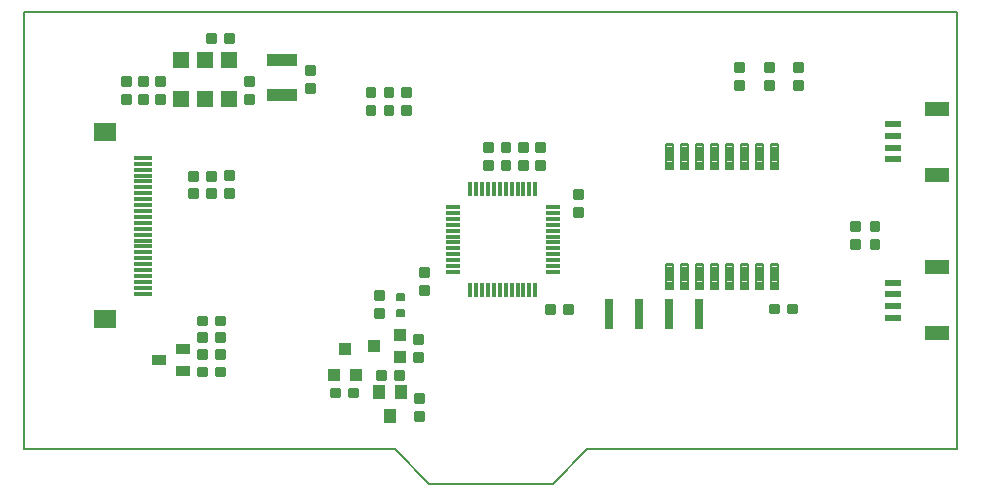
<source format=gtp>
G75*
%MOIN*%
%OFA0B0*%
%FSLAX25Y25*%
%IPPOS*%
%LPD*%
%AMOC8*
5,1,8,0,0,1.08239X$1,22.5*
%
%ADD10C,0.00600*%
%ADD11C,0.00875*%
%ADD12R,0.05500X0.05500*%
%ADD13C,0.00625*%
%ADD14R,0.06299X0.01181*%
%ADD15R,0.07677X0.06299*%
%ADD16R,0.09843X0.03937*%
%ADD17R,0.04500X0.03500*%
%ADD18R,0.04000X0.04500*%
%ADD19R,0.01181X0.04724*%
%ADD20R,0.04724X0.01181*%
%ADD21R,0.02500X0.10000*%
%ADD22R,0.05315X0.02362*%
%ADD23R,0.07874X0.04724*%
%ADD24C,0.00750*%
%ADD25R,0.04331X0.03937*%
%ADD26R,0.03937X0.04331*%
D10*
X0003112Y0018800D02*
X0003112Y0164469D01*
X0314136Y0164469D01*
X0314136Y0018800D01*
X0190812Y0018800D01*
X0179254Y0007200D01*
X0138112Y0007200D01*
X0126612Y0018800D01*
X0003112Y0018800D01*
D11*
X0061160Y0046108D02*
X0063786Y0046108D01*
X0063786Y0043482D01*
X0061160Y0043482D01*
X0061160Y0046108D01*
X0061160Y0044313D02*
X0063786Y0044313D01*
X0063786Y0045144D02*
X0061160Y0045144D01*
X0061160Y0045975D02*
X0063786Y0045975D01*
X0067160Y0046108D02*
X0069786Y0046108D01*
X0069786Y0043482D01*
X0067160Y0043482D01*
X0067160Y0046108D01*
X0067160Y0044313D02*
X0069786Y0044313D01*
X0069786Y0045144D02*
X0067160Y0045144D01*
X0067160Y0045975D02*
X0069786Y0045975D01*
X0069786Y0051808D02*
X0067160Y0051808D01*
X0069786Y0051808D02*
X0069786Y0049182D01*
X0067160Y0049182D01*
X0067160Y0051808D01*
X0067160Y0050013D02*
X0069786Y0050013D01*
X0069786Y0050844D02*
X0067160Y0050844D01*
X0067160Y0051675D02*
X0069786Y0051675D01*
X0069786Y0057508D02*
X0067160Y0057508D01*
X0069786Y0057508D02*
X0069786Y0054882D01*
X0067160Y0054882D01*
X0067160Y0057508D01*
X0067160Y0055713D02*
X0069786Y0055713D01*
X0069786Y0056544D02*
X0067160Y0056544D01*
X0067160Y0057375D02*
X0069786Y0057375D01*
X0069786Y0063108D02*
X0067160Y0063108D01*
X0069786Y0063108D02*
X0069786Y0060482D01*
X0067160Y0060482D01*
X0067160Y0063108D01*
X0067160Y0061313D02*
X0069786Y0061313D01*
X0069786Y0062144D02*
X0067160Y0062144D01*
X0067160Y0062975D02*
X0069786Y0062975D01*
X0063786Y0063108D02*
X0061160Y0063108D01*
X0063786Y0063108D02*
X0063786Y0060482D01*
X0061160Y0060482D01*
X0061160Y0063108D01*
X0061160Y0061313D02*
X0063786Y0061313D01*
X0063786Y0062144D02*
X0061160Y0062144D01*
X0061160Y0062975D02*
X0063786Y0062975D01*
X0063786Y0057508D02*
X0061160Y0057508D01*
X0063786Y0057508D02*
X0063786Y0054882D01*
X0061160Y0054882D01*
X0061160Y0057508D01*
X0061160Y0055713D02*
X0063786Y0055713D01*
X0063786Y0056544D02*
X0061160Y0056544D01*
X0061160Y0057375D02*
X0063786Y0057375D01*
X0063786Y0051808D02*
X0061160Y0051808D01*
X0063786Y0051808D02*
X0063786Y0049182D01*
X0061160Y0049182D01*
X0061160Y0051808D01*
X0061160Y0050013D02*
X0063786Y0050013D01*
X0063786Y0050844D02*
X0061160Y0050844D01*
X0061160Y0051675D02*
X0063786Y0051675D01*
X0105299Y0039113D02*
X0107925Y0039113D01*
X0107925Y0036487D01*
X0105299Y0036487D01*
X0105299Y0039113D01*
X0105299Y0037318D02*
X0107925Y0037318D01*
X0107925Y0038149D02*
X0105299Y0038149D01*
X0105299Y0038980D02*
X0107925Y0038980D01*
X0111299Y0039113D02*
X0113925Y0039113D01*
X0113925Y0036487D01*
X0111299Y0036487D01*
X0111299Y0039113D01*
X0111299Y0037318D02*
X0113925Y0037318D01*
X0113925Y0038149D02*
X0111299Y0038149D01*
X0111299Y0038980D02*
X0113925Y0038980D01*
X0120560Y0045008D02*
X0123186Y0045008D01*
X0123186Y0042382D01*
X0120560Y0042382D01*
X0120560Y0045008D01*
X0120560Y0043213D02*
X0123186Y0043213D01*
X0123186Y0044044D02*
X0120560Y0044044D01*
X0120560Y0044875D02*
X0123186Y0044875D01*
X0126560Y0045008D02*
X0129186Y0045008D01*
X0129186Y0042382D01*
X0126560Y0042382D01*
X0126560Y0045008D01*
X0126560Y0043213D02*
X0129186Y0043213D01*
X0129186Y0044044D02*
X0126560Y0044044D01*
X0126560Y0044875D02*
X0129186Y0044875D01*
X0135625Y0048187D02*
X0135625Y0050813D01*
X0135625Y0048187D02*
X0132999Y0048187D01*
X0132999Y0050813D01*
X0135625Y0050813D01*
X0135625Y0049018D02*
X0132999Y0049018D01*
X0132999Y0049849D02*
X0135625Y0049849D01*
X0135625Y0050680D02*
X0132999Y0050680D01*
X0135625Y0054187D02*
X0135625Y0056813D01*
X0135625Y0054187D02*
X0132999Y0054187D01*
X0132999Y0056813D01*
X0135625Y0056813D01*
X0135625Y0055018D02*
X0132999Y0055018D01*
X0132999Y0055849D02*
X0135625Y0055849D01*
X0135625Y0056680D02*
X0132999Y0056680D01*
X0122620Y0062826D02*
X0122620Y0065452D01*
X0122620Y0062826D02*
X0119994Y0062826D01*
X0119994Y0065452D01*
X0122620Y0065452D01*
X0122620Y0063657D02*
X0119994Y0063657D01*
X0119994Y0064488D02*
X0122620Y0064488D01*
X0122620Y0065319D02*
X0119994Y0065319D01*
X0122620Y0068826D02*
X0122620Y0071452D01*
X0122620Y0068826D02*
X0119994Y0068826D01*
X0119994Y0071452D01*
X0122620Y0071452D01*
X0122620Y0069657D02*
X0119994Y0069657D01*
X0119994Y0070488D02*
X0122620Y0070488D01*
X0122620Y0071319D02*
X0119994Y0071319D01*
X0135099Y0070687D02*
X0135099Y0073313D01*
X0137725Y0073313D01*
X0137725Y0070687D01*
X0135099Y0070687D01*
X0135099Y0071518D02*
X0137725Y0071518D01*
X0137725Y0072349D02*
X0135099Y0072349D01*
X0135099Y0073180D02*
X0137725Y0073180D01*
X0135099Y0076687D02*
X0135099Y0079313D01*
X0137725Y0079313D01*
X0137725Y0076687D01*
X0135099Y0076687D01*
X0135099Y0077518D02*
X0137725Y0077518D01*
X0137725Y0078349D02*
X0135099Y0078349D01*
X0135099Y0079180D02*
X0137725Y0079180D01*
X0177099Y0066913D02*
X0179725Y0066913D01*
X0179725Y0064287D01*
X0177099Y0064287D01*
X0177099Y0066913D01*
X0177099Y0065118D02*
X0179725Y0065118D01*
X0179725Y0065949D02*
X0177099Y0065949D01*
X0177099Y0066780D02*
X0179725Y0066780D01*
X0183099Y0066913D02*
X0185725Y0066913D01*
X0185725Y0064287D01*
X0183099Y0064287D01*
X0183099Y0066913D01*
X0183099Y0065118D02*
X0185725Y0065118D01*
X0185725Y0065949D02*
X0183099Y0065949D01*
X0183099Y0066780D02*
X0185725Y0066780D01*
X0188925Y0096687D02*
X0188925Y0099313D01*
X0188925Y0096687D02*
X0186299Y0096687D01*
X0186299Y0099313D01*
X0188925Y0099313D01*
X0188925Y0097518D02*
X0186299Y0097518D01*
X0186299Y0098349D02*
X0188925Y0098349D01*
X0188925Y0099180D02*
X0186299Y0099180D01*
X0188925Y0102687D02*
X0188925Y0105313D01*
X0188925Y0102687D02*
X0186299Y0102687D01*
X0186299Y0105313D01*
X0188925Y0105313D01*
X0188925Y0103518D02*
X0186299Y0103518D01*
X0186299Y0104349D02*
X0188925Y0104349D01*
X0188925Y0105180D02*
X0186299Y0105180D01*
X0173699Y0112287D02*
X0173699Y0114913D01*
X0176325Y0114913D01*
X0176325Y0112287D01*
X0173699Y0112287D01*
X0173699Y0113118D02*
X0176325Y0113118D01*
X0176325Y0113949D02*
X0173699Y0113949D01*
X0173699Y0114780D02*
X0176325Y0114780D01*
X0167899Y0114913D02*
X0167899Y0112287D01*
X0167899Y0114913D02*
X0170525Y0114913D01*
X0170525Y0112287D01*
X0167899Y0112287D01*
X0167899Y0113118D02*
X0170525Y0113118D01*
X0170525Y0113949D02*
X0167899Y0113949D01*
X0167899Y0114780D02*
X0170525Y0114780D01*
X0167899Y0118287D02*
X0167899Y0120913D01*
X0170525Y0120913D01*
X0170525Y0118287D01*
X0167899Y0118287D01*
X0167899Y0119118D02*
X0170525Y0119118D01*
X0170525Y0119949D02*
X0167899Y0119949D01*
X0167899Y0120780D02*
X0170525Y0120780D01*
X0173699Y0120913D02*
X0173699Y0118287D01*
X0173699Y0120913D02*
X0176325Y0120913D01*
X0176325Y0118287D01*
X0173699Y0118287D01*
X0173699Y0119118D02*
X0176325Y0119118D01*
X0176325Y0119949D02*
X0173699Y0119949D01*
X0173699Y0120780D02*
X0176325Y0120780D01*
X0164825Y0120913D02*
X0164825Y0118287D01*
X0162199Y0118287D01*
X0162199Y0120913D01*
X0164825Y0120913D01*
X0164825Y0119118D02*
X0162199Y0119118D01*
X0162199Y0119949D02*
X0164825Y0119949D01*
X0164825Y0120780D02*
X0162199Y0120780D01*
X0156399Y0120913D02*
X0156399Y0118287D01*
X0156399Y0120913D02*
X0159025Y0120913D01*
X0159025Y0118287D01*
X0156399Y0118287D01*
X0156399Y0119118D02*
X0159025Y0119118D01*
X0159025Y0119949D02*
X0156399Y0119949D01*
X0156399Y0120780D02*
X0159025Y0120780D01*
X0156399Y0114913D02*
X0156399Y0112287D01*
X0156399Y0114913D02*
X0159025Y0114913D01*
X0159025Y0112287D01*
X0156399Y0112287D01*
X0156399Y0113118D02*
X0159025Y0113118D01*
X0159025Y0113949D02*
X0156399Y0113949D01*
X0156399Y0114780D02*
X0159025Y0114780D01*
X0164825Y0114913D02*
X0164825Y0112287D01*
X0162199Y0112287D01*
X0162199Y0114913D01*
X0164825Y0114913D01*
X0164825Y0113118D02*
X0162199Y0113118D01*
X0162199Y0113949D02*
X0164825Y0113949D01*
X0164825Y0114780D02*
X0162199Y0114780D01*
X0131725Y0130687D02*
X0131725Y0133313D01*
X0131725Y0130687D02*
X0129099Y0130687D01*
X0129099Y0133313D01*
X0131725Y0133313D01*
X0131725Y0131518D02*
X0129099Y0131518D01*
X0129099Y0132349D02*
X0131725Y0132349D01*
X0131725Y0133180D02*
X0129099Y0133180D01*
X0125825Y0133313D02*
X0125825Y0130687D01*
X0123199Y0130687D01*
X0123199Y0133313D01*
X0125825Y0133313D01*
X0125825Y0131518D02*
X0123199Y0131518D01*
X0123199Y0132349D02*
X0125825Y0132349D01*
X0125825Y0133180D02*
X0123199Y0133180D01*
X0119825Y0133313D02*
X0119825Y0130687D01*
X0117199Y0130687D01*
X0117199Y0133313D01*
X0119825Y0133313D01*
X0119825Y0131518D02*
X0117199Y0131518D01*
X0117199Y0132349D02*
X0119825Y0132349D01*
X0119825Y0133180D02*
X0117199Y0133180D01*
X0119825Y0136687D02*
X0119825Y0139313D01*
X0119825Y0136687D02*
X0117199Y0136687D01*
X0117199Y0139313D01*
X0119825Y0139313D01*
X0119825Y0137518D02*
X0117199Y0137518D01*
X0117199Y0138349D02*
X0119825Y0138349D01*
X0119825Y0139180D02*
X0117199Y0139180D01*
X0125825Y0139313D02*
X0125825Y0136687D01*
X0123199Y0136687D01*
X0123199Y0139313D01*
X0125825Y0139313D01*
X0125825Y0137518D02*
X0123199Y0137518D01*
X0123199Y0138349D02*
X0125825Y0138349D01*
X0125825Y0139180D02*
X0123199Y0139180D01*
X0131725Y0139313D02*
X0131725Y0136687D01*
X0129099Y0136687D01*
X0129099Y0139313D01*
X0131725Y0139313D01*
X0131725Y0137518D02*
X0129099Y0137518D01*
X0129099Y0138349D02*
X0131725Y0138349D01*
X0131725Y0139180D02*
X0129099Y0139180D01*
X0097104Y0140474D02*
X0097104Y0137848D01*
X0097104Y0140474D02*
X0099730Y0140474D01*
X0099730Y0137848D01*
X0097104Y0137848D01*
X0097104Y0138679D02*
X0099730Y0138679D01*
X0099730Y0139510D02*
X0097104Y0139510D01*
X0097104Y0140341D02*
X0099730Y0140341D01*
X0097104Y0143848D02*
X0097104Y0146474D01*
X0099730Y0146474D01*
X0099730Y0143848D01*
X0097104Y0143848D01*
X0097104Y0144679D02*
X0099730Y0144679D01*
X0099730Y0145510D02*
X0097104Y0145510D01*
X0097104Y0146341D02*
X0099730Y0146341D01*
X0076804Y0143074D02*
X0076804Y0140448D01*
X0076804Y0143074D02*
X0079430Y0143074D01*
X0079430Y0140448D01*
X0076804Y0140448D01*
X0076804Y0141279D02*
X0079430Y0141279D01*
X0079430Y0142110D02*
X0076804Y0142110D01*
X0076804Y0142941D02*
X0079430Y0142941D01*
X0076804Y0137074D02*
X0076804Y0134448D01*
X0076804Y0137074D02*
X0079430Y0137074D01*
X0079430Y0134448D01*
X0076804Y0134448D01*
X0076804Y0135279D02*
X0079430Y0135279D01*
X0079430Y0136110D02*
X0076804Y0136110D01*
X0076804Y0136941D02*
X0079430Y0136941D01*
X0047104Y0137074D02*
X0047104Y0134448D01*
X0047104Y0137074D02*
X0049730Y0137074D01*
X0049730Y0134448D01*
X0047104Y0134448D01*
X0047104Y0135279D02*
X0049730Y0135279D01*
X0049730Y0136110D02*
X0047104Y0136110D01*
X0047104Y0136941D02*
X0049730Y0136941D01*
X0041404Y0137074D02*
X0041404Y0134448D01*
X0041404Y0137074D02*
X0044030Y0137074D01*
X0044030Y0134448D01*
X0041404Y0134448D01*
X0041404Y0135279D02*
X0044030Y0135279D01*
X0044030Y0136110D02*
X0041404Y0136110D01*
X0041404Y0136941D02*
X0044030Y0136941D01*
X0035704Y0137074D02*
X0035704Y0134448D01*
X0035704Y0137074D02*
X0038330Y0137074D01*
X0038330Y0134448D01*
X0035704Y0134448D01*
X0035704Y0135279D02*
X0038330Y0135279D01*
X0038330Y0136110D02*
X0035704Y0136110D01*
X0035704Y0136941D02*
X0038330Y0136941D01*
X0035704Y0140448D02*
X0035704Y0143074D01*
X0038330Y0143074D01*
X0038330Y0140448D01*
X0035704Y0140448D01*
X0035704Y0141279D02*
X0038330Y0141279D01*
X0038330Y0142110D02*
X0035704Y0142110D01*
X0035704Y0142941D02*
X0038330Y0142941D01*
X0041404Y0143074D02*
X0041404Y0140448D01*
X0041404Y0143074D02*
X0044030Y0143074D01*
X0044030Y0140448D01*
X0041404Y0140448D01*
X0041404Y0141279D02*
X0044030Y0141279D01*
X0044030Y0142110D02*
X0041404Y0142110D01*
X0041404Y0142941D02*
X0044030Y0142941D01*
X0047104Y0143074D02*
X0047104Y0140448D01*
X0047104Y0143074D02*
X0049730Y0143074D01*
X0049730Y0140448D01*
X0047104Y0140448D01*
X0047104Y0141279D02*
X0049730Y0141279D01*
X0049730Y0142110D02*
X0047104Y0142110D01*
X0047104Y0142941D02*
X0049730Y0142941D01*
X0063960Y0157308D02*
X0066586Y0157308D01*
X0066586Y0154682D01*
X0063960Y0154682D01*
X0063960Y0157308D01*
X0063960Y0155513D02*
X0066586Y0155513D01*
X0066586Y0156344D02*
X0063960Y0156344D01*
X0063960Y0157175D02*
X0066586Y0157175D01*
X0069960Y0157308D02*
X0072586Y0157308D01*
X0072586Y0154682D01*
X0069960Y0154682D01*
X0069960Y0157308D01*
X0069960Y0155513D02*
X0072586Y0155513D01*
X0072586Y0156344D02*
X0069960Y0156344D01*
X0069960Y0157175D02*
X0072586Y0157175D01*
X0070104Y0111574D02*
X0070104Y0108948D01*
X0070104Y0111574D02*
X0072730Y0111574D01*
X0072730Y0108948D01*
X0070104Y0108948D01*
X0070104Y0109779D02*
X0072730Y0109779D01*
X0072730Y0110610D02*
X0070104Y0110610D01*
X0070104Y0111441D02*
X0072730Y0111441D01*
X0066686Y0111408D02*
X0064060Y0111408D01*
X0066686Y0111408D02*
X0066686Y0108782D01*
X0064060Y0108782D01*
X0064060Y0111408D01*
X0064060Y0109613D02*
X0066686Y0109613D01*
X0066686Y0110444D02*
X0064060Y0110444D01*
X0064060Y0111275D02*
X0066686Y0111275D01*
X0060686Y0111408D02*
X0058060Y0111408D01*
X0060686Y0111408D02*
X0060686Y0108782D01*
X0058060Y0108782D01*
X0058060Y0111408D01*
X0058060Y0109613D02*
X0060686Y0109613D01*
X0060686Y0110444D02*
X0058060Y0110444D01*
X0058060Y0111275D02*
X0060686Y0111275D01*
X0060686Y0105708D02*
X0058060Y0105708D01*
X0060686Y0105708D02*
X0060686Y0103082D01*
X0058060Y0103082D01*
X0058060Y0105708D01*
X0058060Y0103913D02*
X0060686Y0103913D01*
X0060686Y0104744D02*
X0058060Y0104744D01*
X0058060Y0105575D02*
X0060686Y0105575D01*
X0064060Y0105708D02*
X0066686Y0105708D01*
X0066686Y0103082D01*
X0064060Y0103082D01*
X0064060Y0105708D01*
X0064060Y0103913D02*
X0066686Y0103913D01*
X0066686Y0104744D02*
X0064060Y0104744D01*
X0064060Y0105575D02*
X0066686Y0105575D01*
X0070104Y0105574D02*
X0070104Y0102948D01*
X0070104Y0105574D02*
X0072730Y0105574D01*
X0072730Y0102948D01*
X0070104Y0102948D01*
X0070104Y0103779D02*
X0072730Y0103779D01*
X0072730Y0104610D02*
X0070104Y0104610D01*
X0070104Y0105441D02*
X0072730Y0105441D01*
X0133404Y0037274D02*
X0133404Y0034648D01*
X0133404Y0037274D02*
X0136030Y0037274D01*
X0136030Y0034648D01*
X0133404Y0034648D01*
X0133404Y0035479D02*
X0136030Y0035479D01*
X0136030Y0036310D02*
X0133404Y0036310D01*
X0133404Y0037141D02*
X0136030Y0037141D01*
X0133404Y0031274D02*
X0133404Y0028648D01*
X0133404Y0031274D02*
X0136030Y0031274D01*
X0136030Y0028648D01*
X0133404Y0028648D01*
X0133404Y0029479D02*
X0136030Y0029479D01*
X0136030Y0030310D02*
X0133404Y0030310D01*
X0133404Y0031141D02*
X0136030Y0031141D01*
X0251799Y0067113D02*
X0254425Y0067113D01*
X0254425Y0064487D01*
X0251799Y0064487D01*
X0251799Y0067113D01*
X0251799Y0065318D02*
X0254425Y0065318D01*
X0254425Y0066149D02*
X0251799Y0066149D01*
X0251799Y0066980D02*
X0254425Y0066980D01*
X0257799Y0067113D02*
X0260425Y0067113D01*
X0260425Y0064487D01*
X0257799Y0064487D01*
X0257799Y0067113D01*
X0257799Y0065318D02*
X0260425Y0065318D01*
X0260425Y0066149D02*
X0257799Y0066149D01*
X0257799Y0066980D02*
X0260425Y0066980D01*
X0281425Y0085887D02*
X0281425Y0088513D01*
X0281425Y0085887D02*
X0278799Y0085887D01*
X0278799Y0088513D01*
X0281425Y0088513D01*
X0281425Y0086718D02*
X0278799Y0086718D01*
X0278799Y0087549D02*
X0281425Y0087549D01*
X0281425Y0088380D02*
X0278799Y0088380D01*
X0287825Y0088513D02*
X0287825Y0085887D01*
X0285199Y0085887D01*
X0285199Y0088513D01*
X0287825Y0088513D01*
X0287825Y0086718D02*
X0285199Y0086718D01*
X0285199Y0087549D02*
X0287825Y0087549D01*
X0287825Y0088380D02*
X0285199Y0088380D01*
X0287825Y0091887D02*
X0287825Y0094513D01*
X0287825Y0091887D02*
X0285199Y0091887D01*
X0285199Y0094513D01*
X0287825Y0094513D01*
X0287825Y0092718D02*
X0285199Y0092718D01*
X0285199Y0093549D02*
X0287825Y0093549D01*
X0287825Y0094380D02*
X0285199Y0094380D01*
X0281425Y0094513D02*
X0281425Y0091887D01*
X0278799Y0091887D01*
X0278799Y0094513D01*
X0281425Y0094513D01*
X0281425Y0092718D02*
X0278799Y0092718D01*
X0278799Y0093549D02*
X0281425Y0093549D01*
X0281425Y0094380D02*
X0278799Y0094380D01*
X0262425Y0139087D02*
X0262425Y0141713D01*
X0262425Y0139087D02*
X0259799Y0139087D01*
X0259799Y0141713D01*
X0262425Y0141713D01*
X0262425Y0139918D02*
X0259799Y0139918D01*
X0259799Y0140749D02*
X0262425Y0140749D01*
X0262425Y0141580D02*
X0259799Y0141580D01*
X0262425Y0145087D02*
X0262425Y0147713D01*
X0262425Y0145087D02*
X0259799Y0145087D01*
X0259799Y0147713D01*
X0262425Y0147713D01*
X0262425Y0145918D02*
X0259799Y0145918D01*
X0259799Y0146749D02*
X0262425Y0146749D01*
X0262425Y0147580D02*
X0259799Y0147580D01*
X0252521Y0147674D02*
X0252521Y0145048D01*
X0249895Y0145048D01*
X0249895Y0147674D01*
X0252521Y0147674D01*
X0252521Y0145879D02*
X0249895Y0145879D01*
X0249895Y0146710D02*
X0252521Y0146710D01*
X0252521Y0147541D02*
X0249895Y0147541D01*
X0242525Y0147713D02*
X0242525Y0145087D01*
X0239899Y0145087D01*
X0239899Y0147713D01*
X0242525Y0147713D01*
X0242525Y0145918D02*
X0239899Y0145918D01*
X0239899Y0146749D02*
X0242525Y0146749D01*
X0242525Y0147580D02*
X0239899Y0147580D01*
X0242525Y0141713D02*
X0242525Y0139087D01*
X0239899Y0139087D01*
X0239899Y0141713D01*
X0242525Y0141713D01*
X0242525Y0139918D02*
X0239899Y0139918D01*
X0239899Y0140749D02*
X0242525Y0140749D01*
X0242525Y0141580D02*
X0239899Y0141580D01*
X0252521Y0141674D02*
X0252521Y0139048D01*
X0249895Y0139048D01*
X0249895Y0141674D01*
X0252521Y0141674D01*
X0252521Y0139879D02*
X0249895Y0139879D01*
X0249895Y0140710D02*
X0252521Y0140710D01*
X0252521Y0141541D02*
X0249895Y0141541D01*
D12*
X0071307Y0135739D03*
X0063407Y0135739D03*
X0055317Y0135761D03*
X0055317Y0148761D03*
X0063407Y0148739D03*
X0071307Y0148739D03*
D13*
X0129780Y0070649D02*
X0129780Y0068773D01*
X0127254Y0068773D01*
X0127254Y0070649D01*
X0129780Y0070649D01*
X0129780Y0069367D02*
X0127254Y0069367D01*
X0127254Y0069961D02*
X0129780Y0069961D01*
X0129780Y0070555D02*
X0127254Y0070555D01*
X0129780Y0065149D02*
X0129780Y0063273D01*
X0127254Y0063273D01*
X0127254Y0065149D01*
X0129780Y0065149D01*
X0129780Y0063867D02*
X0127254Y0063867D01*
X0127254Y0064461D02*
X0129780Y0064461D01*
X0129780Y0065055D02*
X0127254Y0065055D01*
D14*
X0042679Y0070728D03*
X0042679Y0072696D03*
X0042679Y0074665D03*
X0042679Y0076633D03*
X0042679Y0078602D03*
X0042679Y0080570D03*
X0042679Y0082539D03*
X0042679Y0084507D03*
X0042679Y0086476D03*
X0042679Y0088444D03*
X0042679Y0090413D03*
X0042679Y0092381D03*
X0042679Y0094350D03*
X0042679Y0096318D03*
X0042679Y0098287D03*
X0042679Y0100255D03*
X0042679Y0102224D03*
X0042679Y0104192D03*
X0042679Y0106161D03*
X0042679Y0108129D03*
X0042679Y0110098D03*
X0042679Y0112066D03*
X0042679Y0114035D03*
X0042679Y0116003D03*
D15*
X0029884Y0124468D03*
X0029884Y0062263D03*
D16*
X0088907Y0136834D03*
X0088907Y0148645D03*
D17*
X0056007Y0052280D03*
X0048007Y0048539D03*
X0056007Y0044799D03*
D18*
X0121267Y0037839D03*
X0128748Y0037839D03*
X0125007Y0029839D03*
D19*
X0151785Y0072068D03*
X0153754Y0072068D03*
X0155722Y0072068D03*
X0157691Y0072068D03*
X0159659Y0072068D03*
X0161628Y0072068D03*
X0163596Y0072068D03*
X0165565Y0072068D03*
X0167533Y0072068D03*
X0169502Y0072068D03*
X0171470Y0072068D03*
X0173439Y0072068D03*
X0173439Y0105532D03*
X0171470Y0105532D03*
X0169502Y0105532D03*
X0167533Y0105532D03*
X0165565Y0105532D03*
X0163596Y0105532D03*
X0161628Y0105532D03*
X0159659Y0105532D03*
X0157691Y0105532D03*
X0155722Y0105532D03*
X0153754Y0105532D03*
X0151785Y0105532D03*
D20*
X0145880Y0099627D03*
X0145880Y0097658D03*
X0145880Y0095690D03*
X0145880Y0093721D03*
X0145880Y0091753D03*
X0145880Y0089784D03*
X0145880Y0087816D03*
X0145880Y0085847D03*
X0145880Y0083879D03*
X0145880Y0081910D03*
X0145880Y0079942D03*
X0145880Y0077973D03*
X0179344Y0077973D03*
X0179344Y0079942D03*
X0179344Y0081910D03*
X0179344Y0083879D03*
X0179344Y0085847D03*
X0179344Y0087816D03*
X0179344Y0089784D03*
X0179344Y0091753D03*
X0179344Y0093721D03*
X0179344Y0095690D03*
X0179344Y0097658D03*
X0179344Y0099627D03*
D21*
X0198109Y0063900D03*
X0208109Y0063900D03*
X0218109Y0063900D03*
X0228109Y0063900D03*
D22*
X0292812Y0062594D03*
X0292812Y0066531D03*
X0292812Y0070469D03*
X0292812Y0074406D03*
X0292812Y0115494D03*
X0292812Y0119431D03*
X0292812Y0123369D03*
X0292812Y0127306D03*
D23*
X0307281Y0132424D03*
X0307281Y0110376D03*
X0307281Y0079524D03*
X0307281Y0057476D03*
D24*
X0254250Y0080545D02*
X0252000Y0080545D01*
X0254250Y0080545D02*
X0254250Y0072295D01*
X0252000Y0072295D01*
X0252000Y0080545D01*
X0252000Y0073007D02*
X0254250Y0073007D01*
X0254250Y0073719D02*
X0252000Y0073719D01*
X0252000Y0074431D02*
X0254250Y0074431D01*
X0254250Y0075143D02*
X0252000Y0075143D01*
X0252000Y0075855D02*
X0254250Y0075855D01*
X0254250Y0076567D02*
X0252000Y0076567D01*
X0252000Y0077279D02*
X0254250Y0077279D01*
X0254250Y0077991D02*
X0252000Y0077991D01*
X0252000Y0078703D02*
X0254250Y0078703D01*
X0254250Y0079415D02*
X0252000Y0079415D01*
X0252000Y0080127D02*
X0254250Y0080127D01*
X0249250Y0080545D02*
X0247000Y0080545D01*
X0249250Y0080545D02*
X0249250Y0072295D01*
X0247000Y0072295D01*
X0247000Y0080545D01*
X0247000Y0073007D02*
X0249250Y0073007D01*
X0249250Y0073719D02*
X0247000Y0073719D01*
X0247000Y0074431D02*
X0249250Y0074431D01*
X0249250Y0075143D02*
X0247000Y0075143D01*
X0247000Y0075855D02*
X0249250Y0075855D01*
X0249250Y0076567D02*
X0247000Y0076567D01*
X0247000Y0077279D02*
X0249250Y0077279D01*
X0249250Y0077991D02*
X0247000Y0077991D01*
X0247000Y0078703D02*
X0249250Y0078703D01*
X0249250Y0079415D02*
X0247000Y0079415D01*
X0247000Y0080127D02*
X0249250Y0080127D01*
X0244250Y0080545D02*
X0242000Y0080545D01*
X0244250Y0080545D02*
X0244250Y0072295D01*
X0242000Y0072295D01*
X0242000Y0080545D01*
X0242000Y0073007D02*
X0244250Y0073007D01*
X0244250Y0073719D02*
X0242000Y0073719D01*
X0242000Y0074431D02*
X0244250Y0074431D01*
X0244250Y0075143D02*
X0242000Y0075143D01*
X0242000Y0075855D02*
X0244250Y0075855D01*
X0244250Y0076567D02*
X0242000Y0076567D01*
X0242000Y0077279D02*
X0244250Y0077279D01*
X0244250Y0077991D02*
X0242000Y0077991D01*
X0242000Y0078703D02*
X0244250Y0078703D01*
X0244250Y0079415D02*
X0242000Y0079415D01*
X0242000Y0080127D02*
X0244250Y0080127D01*
X0239250Y0080545D02*
X0237000Y0080545D01*
X0239250Y0080545D02*
X0239250Y0072295D01*
X0237000Y0072295D01*
X0237000Y0080545D01*
X0237000Y0073007D02*
X0239250Y0073007D01*
X0239250Y0073719D02*
X0237000Y0073719D01*
X0237000Y0074431D02*
X0239250Y0074431D01*
X0239250Y0075143D02*
X0237000Y0075143D01*
X0237000Y0075855D02*
X0239250Y0075855D01*
X0239250Y0076567D02*
X0237000Y0076567D01*
X0237000Y0077279D02*
X0239250Y0077279D01*
X0239250Y0077991D02*
X0237000Y0077991D01*
X0237000Y0078703D02*
X0239250Y0078703D01*
X0239250Y0079415D02*
X0237000Y0079415D01*
X0237000Y0080127D02*
X0239250Y0080127D01*
X0234250Y0080545D02*
X0232000Y0080545D01*
X0234250Y0080545D02*
X0234250Y0072295D01*
X0232000Y0072295D01*
X0232000Y0080545D01*
X0232000Y0073007D02*
X0234250Y0073007D01*
X0234250Y0073719D02*
X0232000Y0073719D01*
X0232000Y0074431D02*
X0234250Y0074431D01*
X0234250Y0075143D02*
X0232000Y0075143D01*
X0232000Y0075855D02*
X0234250Y0075855D01*
X0234250Y0076567D02*
X0232000Y0076567D01*
X0232000Y0077279D02*
X0234250Y0077279D01*
X0234250Y0077991D02*
X0232000Y0077991D01*
X0232000Y0078703D02*
X0234250Y0078703D01*
X0234250Y0079415D02*
X0232000Y0079415D01*
X0232000Y0080127D02*
X0234250Y0080127D01*
X0229250Y0080545D02*
X0227000Y0080545D01*
X0229250Y0080545D02*
X0229250Y0072295D01*
X0227000Y0072295D01*
X0227000Y0080545D01*
X0227000Y0073007D02*
X0229250Y0073007D01*
X0229250Y0073719D02*
X0227000Y0073719D01*
X0227000Y0074431D02*
X0229250Y0074431D01*
X0229250Y0075143D02*
X0227000Y0075143D01*
X0227000Y0075855D02*
X0229250Y0075855D01*
X0229250Y0076567D02*
X0227000Y0076567D01*
X0227000Y0077279D02*
X0229250Y0077279D01*
X0229250Y0077991D02*
X0227000Y0077991D01*
X0227000Y0078703D02*
X0229250Y0078703D01*
X0229250Y0079415D02*
X0227000Y0079415D01*
X0227000Y0080127D02*
X0229250Y0080127D01*
X0224250Y0080545D02*
X0222000Y0080545D01*
X0224250Y0080545D02*
X0224250Y0072295D01*
X0222000Y0072295D01*
X0222000Y0080545D01*
X0222000Y0073007D02*
X0224250Y0073007D01*
X0224250Y0073719D02*
X0222000Y0073719D01*
X0222000Y0074431D02*
X0224250Y0074431D01*
X0224250Y0075143D02*
X0222000Y0075143D01*
X0222000Y0075855D02*
X0224250Y0075855D01*
X0224250Y0076567D02*
X0222000Y0076567D01*
X0222000Y0077279D02*
X0224250Y0077279D01*
X0224250Y0077991D02*
X0222000Y0077991D01*
X0222000Y0078703D02*
X0224250Y0078703D01*
X0224250Y0079415D02*
X0222000Y0079415D01*
X0222000Y0080127D02*
X0224250Y0080127D01*
X0219250Y0080545D02*
X0217000Y0080545D01*
X0219250Y0080545D02*
X0219250Y0072295D01*
X0217000Y0072295D01*
X0217000Y0080545D01*
X0217000Y0073007D02*
X0219250Y0073007D01*
X0219250Y0073719D02*
X0217000Y0073719D01*
X0217000Y0074431D02*
X0219250Y0074431D01*
X0219250Y0075143D02*
X0217000Y0075143D01*
X0217000Y0075855D02*
X0219250Y0075855D01*
X0219250Y0076567D02*
X0217000Y0076567D01*
X0217000Y0077279D02*
X0219250Y0077279D01*
X0219250Y0077991D02*
X0217000Y0077991D01*
X0217000Y0078703D02*
X0219250Y0078703D01*
X0219250Y0079415D02*
X0217000Y0079415D01*
X0217000Y0080127D02*
X0219250Y0080127D01*
X0219250Y0120545D02*
X0217000Y0120545D01*
X0219250Y0120545D02*
X0219250Y0112295D01*
X0217000Y0112295D01*
X0217000Y0120545D01*
X0217000Y0113007D02*
X0219250Y0113007D01*
X0219250Y0113719D02*
X0217000Y0113719D01*
X0217000Y0114431D02*
X0219250Y0114431D01*
X0219250Y0115143D02*
X0217000Y0115143D01*
X0217000Y0115855D02*
X0219250Y0115855D01*
X0219250Y0116567D02*
X0217000Y0116567D01*
X0217000Y0117279D02*
X0219250Y0117279D01*
X0219250Y0117991D02*
X0217000Y0117991D01*
X0217000Y0118703D02*
X0219250Y0118703D01*
X0219250Y0119415D02*
X0217000Y0119415D01*
X0217000Y0120127D02*
X0219250Y0120127D01*
X0222000Y0120545D02*
X0224250Y0120545D01*
X0224250Y0112295D01*
X0222000Y0112295D01*
X0222000Y0120545D01*
X0222000Y0113007D02*
X0224250Y0113007D01*
X0224250Y0113719D02*
X0222000Y0113719D01*
X0222000Y0114431D02*
X0224250Y0114431D01*
X0224250Y0115143D02*
X0222000Y0115143D01*
X0222000Y0115855D02*
X0224250Y0115855D01*
X0224250Y0116567D02*
X0222000Y0116567D01*
X0222000Y0117279D02*
X0224250Y0117279D01*
X0224250Y0117991D02*
X0222000Y0117991D01*
X0222000Y0118703D02*
X0224250Y0118703D01*
X0224250Y0119415D02*
X0222000Y0119415D01*
X0222000Y0120127D02*
X0224250Y0120127D01*
X0227000Y0120545D02*
X0229250Y0120545D01*
X0229250Y0112295D01*
X0227000Y0112295D01*
X0227000Y0120545D01*
X0227000Y0113007D02*
X0229250Y0113007D01*
X0229250Y0113719D02*
X0227000Y0113719D01*
X0227000Y0114431D02*
X0229250Y0114431D01*
X0229250Y0115143D02*
X0227000Y0115143D01*
X0227000Y0115855D02*
X0229250Y0115855D01*
X0229250Y0116567D02*
X0227000Y0116567D01*
X0227000Y0117279D02*
X0229250Y0117279D01*
X0229250Y0117991D02*
X0227000Y0117991D01*
X0227000Y0118703D02*
X0229250Y0118703D01*
X0229250Y0119415D02*
X0227000Y0119415D01*
X0227000Y0120127D02*
X0229250Y0120127D01*
X0232000Y0120545D02*
X0234250Y0120545D01*
X0234250Y0112295D01*
X0232000Y0112295D01*
X0232000Y0120545D01*
X0232000Y0113007D02*
X0234250Y0113007D01*
X0234250Y0113719D02*
X0232000Y0113719D01*
X0232000Y0114431D02*
X0234250Y0114431D01*
X0234250Y0115143D02*
X0232000Y0115143D01*
X0232000Y0115855D02*
X0234250Y0115855D01*
X0234250Y0116567D02*
X0232000Y0116567D01*
X0232000Y0117279D02*
X0234250Y0117279D01*
X0234250Y0117991D02*
X0232000Y0117991D01*
X0232000Y0118703D02*
X0234250Y0118703D01*
X0234250Y0119415D02*
X0232000Y0119415D01*
X0232000Y0120127D02*
X0234250Y0120127D01*
X0237000Y0120545D02*
X0239250Y0120545D01*
X0239250Y0112295D01*
X0237000Y0112295D01*
X0237000Y0120545D01*
X0237000Y0113007D02*
X0239250Y0113007D01*
X0239250Y0113719D02*
X0237000Y0113719D01*
X0237000Y0114431D02*
X0239250Y0114431D01*
X0239250Y0115143D02*
X0237000Y0115143D01*
X0237000Y0115855D02*
X0239250Y0115855D01*
X0239250Y0116567D02*
X0237000Y0116567D01*
X0237000Y0117279D02*
X0239250Y0117279D01*
X0239250Y0117991D02*
X0237000Y0117991D01*
X0237000Y0118703D02*
X0239250Y0118703D01*
X0239250Y0119415D02*
X0237000Y0119415D01*
X0237000Y0120127D02*
X0239250Y0120127D01*
X0242000Y0120545D02*
X0244250Y0120545D01*
X0244250Y0112295D01*
X0242000Y0112295D01*
X0242000Y0120545D01*
X0242000Y0113007D02*
X0244250Y0113007D01*
X0244250Y0113719D02*
X0242000Y0113719D01*
X0242000Y0114431D02*
X0244250Y0114431D01*
X0244250Y0115143D02*
X0242000Y0115143D01*
X0242000Y0115855D02*
X0244250Y0115855D01*
X0244250Y0116567D02*
X0242000Y0116567D01*
X0242000Y0117279D02*
X0244250Y0117279D01*
X0244250Y0117991D02*
X0242000Y0117991D01*
X0242000Y0118703D02*
X0244250Y0118703D01*
X0244250Y0119415D02*
X0242000Y0119415D01*
X0242000Y0120127D02*
X0244250Y0120127D01*
X0247000Y0120545D02*
X0249250Y0120545D01*
X0249250Y0112295D01*
X0247000Y0112295D01*
X0247000Y0120545D01*
X0247000Y0113007D02*
X0249250Y0113007D01*
X0249250Y0113719D02*
X0247000Y0113719D01*
X0247000Y0114431D02*
X0249250Y0114431D01*
X0249250Y0115143D02*
X0247000Y0115143D01*
X0247000Y0115855D02*
X0249250Y0115855D01*
X0249250Y0116567D02*
X0247000Y0116567D01*
X0247000Y0117279D02*
X0249250Y0117279D01*
X0249250Y0117991D02*
X0247000Y0117991D01*
X0247000Y0118703D02*
X0249250Y0118703D01*
X0249250Y0119415D02*
X0247000Y0119415D01*
X0247000Y0120127D02*
X0249250Y0120127D01*
X0252000Y0120545D02*
X0254250Y0120545D01*
X0254250Y0112295D01*
X0252000Y0112295D01*
X0252000Y0120545D01*
X0252000Y0113007D02*
X0254250Y0113007D01*
X0254250Y0113719D02*
X0252000Y0113719D01*
X0252000Y0114431D02*
X0254250Y0114431D01*
X0254250Y0115143D02*
X0252000Y0115143D01*
X0252000Y0115855D02*
X0254250Y0115855D01*
X0254250Y0116567D02*
X0252000Y0116567D01*
X0252000Y0117279D02*
X0254250Y0117279D01*
X0254250Y0117991D02*
X0252000Y0117991D01*
X0252000Y0118703D02*
X0254250Y0118703D01*
X0254250Y0119415D02*
X0252000Y0119415D01*
X0252000Y0120127D02*
X0254250Y0120127D01*
D25*
X0128443Y0056940D03*
X0119781Y0053200D03*
X0128443Y0049460D03*
D26*
X0113752Y0043469D03*
X0106272Y0043469D03*
X0110012Y0052131D03*
M02*

</source>
